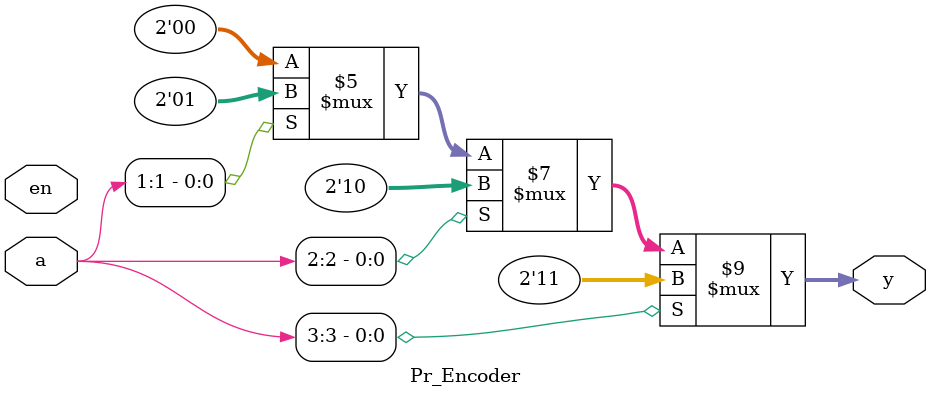
<source format=v>

module Pr_Encoder(

    input [3:0]a,
    input en,
    output reg [1:0]y
);

always @(*) begin
    if(en==0) begin
     y=0;
    end 
    case(1)
        a[3]:y=2'b11;
        a[2]:y=2'b10;
        a[1]:y=2'b01;
        a[0]:y=2'b00;
     default:y=0;
   endcase
end

endmodule

</source>
